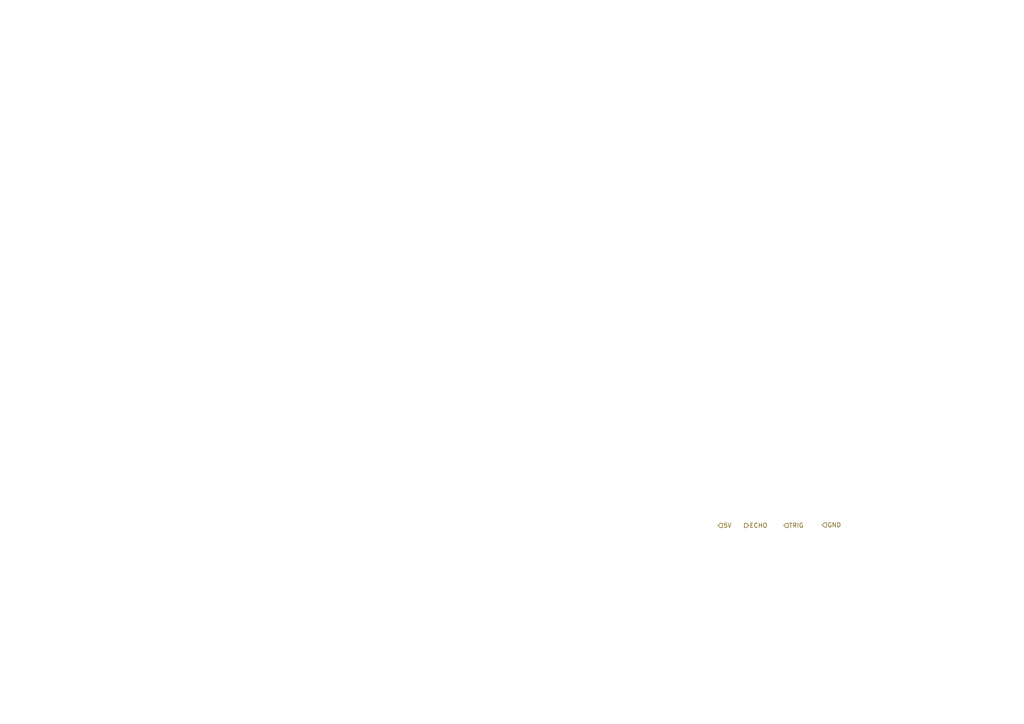
<source format=kicad_sch>
(kicad_sch (version 20230121) (generator eeschema)
  (paper "A4")
  (title_block (title "Team 10: WeMove Robot circuitry") (date "2023-08-07") (rev "v0.1") (company "University of Cape Town") (comment 1 "Author: Cameron Clark"))
  (lib_symbols)
  (hierarchical_label "5V" (shape input) (at 208.28 152.4 0))
  (hierarchical_label "ECHO" (shape output) (at 215.9 152.4 0))
  (hierarchical_label "GND" (shape input) (at 238.4595 152.2697 0))
  (hierarchical_label "TRIG" (shape input) (at 227.33 152.4 0))
)
</source>
